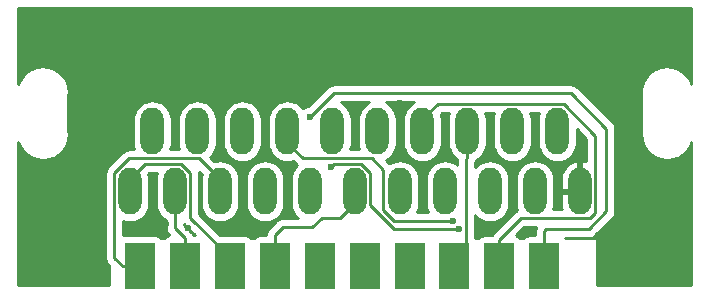
<source format=gtl>
G04 #@! TF.GenerationSoftware,KiCad,Pcbnew,(5.1.0)-1*
G04 #@! TF.CreationDate,2019-08-12T13:57:41-04:00*
G04 #@! TF.ProjectId,JP21F_to_EUROM,4a503231-465f-4746-9f5f-4555524f4d2e,rev?*
G04 #@! TF.SameCoordinates,Original*
G04 #@! TF.FileFunction,Copper,L1,Top*
G04 #@! TF.FilePolarity,Positive*
%FSLAX46Y46*%
G04 Gerber Fmt 4.6, Leading zero omitted, Abs format (unit mm)*
G04 Created by KiCad (PCBNEW (5.1.0)-1) date 2019-08-12 13:57:41*
%MOMM*%
%LPD*%
G04 APERTURE LIST*
%ADD10R,2.500000X4.000000*%
%ADD11O,1.981200X3.962400*%
%ADD12C,0.600000*%
%ADD13C,0.250000*%
%ADD14C,0.254000*%
G04 APERTURE END LIST*
D10*
X115625000Y-91840501D03*
X119425000Y-91840501D03*
X123225000Y-91840501D03*
X127025000Y-91840501D03*
X130825000Y-91840501D03*
X134625000Y-91840501D03*
X138425000Y-91840501D03*
X142225000Y-91840501D03*
X146025000Y-91840501D03*
X149825000Y-91840501D03*
D11*
X114750000Y-85480000D03*
X116655000Y-80400000D03*
X118560000Y-85480000D03*
X120465000Y-80400000D03*
X122370000Y-85480000D03*
X124275000Y-80400000D03*
X126180000Y-85480000D03*
X128085000Y-80400000D03*
X129990000Y-85480000D03*
X131895000Y-80400000D03*
X133800000Y-85480000D03*
X135705000Y-80400000D03*
X137610000Y-85480000D03*
X139515000Y-80400000D03*
X141420000Y-85480000D03*
X143325000Y-80400000D03*
X145230000Y-85480000D03*
X147135000Y-80400000D03*
X149040000Y-85480000D03*
X150945000Y-80400000D03*
X152850000Y-85480000D03*
D12*
X142100000Y-88000000D03*
X142575000Y-88643721D03*
X131800000Y-83400000D03*
X130000000Y-79200000D03*
X160000000Y-70400000D03*
X157500000Y-70400000D03*
X155000000Y-70400000D03*
X152500000Y-70400000D03*
X150000000Y-70400000D03*
X147500000Y-70400000D03*
X145000000Y-70400000D03*
X142500000Y-70400000D03*
X140000000Y-70400000D03*
X137500000Y-70400000D03*
X135000000Y-70400000D03*
X132500000Y-70400000D03*
X130000000Y-70400000D03*
X127500000Y-70400000D03*
X125000000Y-70400000D03*
X122500000Y-70400000D03*
X120000000Y-70400000D03*
X117500000Y-70400000D03*
X115000000Y-70400000D03*
X112500000Y-70400000D03*
X110000000Y-70400000D03*
X107500000Y-70400000D03*
X155000000Y-92500000D03*
X160000000Y-72500000D03*
X107500000Y-72500000D03*
X107500000Y-92500000D03*
X110000000Y-92500000D03*
X130500000Y-77300000D03*
X124200000Y-88700000D03*
X137600000Y-78000000D03*
X133800000Y-79500000D03*
X148400000Y-88800000D03*
X139500000Y-85400000D03*
X147100000Y-85400000D03*
X106800000Y-84900000D03*
X106900000Y-87600000D03*
X106500000Y-90000000D03*
X156600000Y-92600000D03*
X160300000Y-89900000D03*
X160600000Y-87600000D03*
X160600000Y-84900000D03*
X161100000Y-92499998D03*
X128100000Y-83600000D03*
X122100000Y-88400000D03*
X119700000Y-88600000D03*
X117800000Y-88300000D03*
X114800000Y-88600000D03*
D13*
X143325000Y-82631200D02*
X143325000Y-80400000D01*
X143200000Y-82756200D02*
X143325000Y-82631200D01*
X143200000Y-90115501D02*
X143200000Y-82756200D01*
X142225000Y-91840501D02*
X142225000Y-91090501D01*
X142225000Y-91090501D02*
X143200000Y-90115501D01*
X129400610Y-82706210D02*
X135206210Y-82706210D01*
X136200000Y-87100000D02*
X137100000Y-88000000D01*
X128085000Y-81390600D02*
X129400610Y-82706210D01*
X137100000Y-88000000D02*
X141675736Y-88000000D01*
X141675736Y-88000000D02*
X142100000Y-88000000D01*
X136200000Y-83700000D02*
X136200000Y-87100000D01*
X135206210Y-82706210D02*
X136200000Y-83700000D01*
X128085000Y-80400000D02*
X128085000Y-81390600D01*
X139515000Y-79409400D02*
X139515000Y-80400000D01*
X140830610Y-78093790D02*
X139515000Y-79409400D01*
X151489943Y-78093790D02*
X140830610Y-78093790D01*
X154165610Y-80769457D02*
X151489943Y-78093790D01*
X154165610Y-87334390D02*
X154165610Y-80769457D01*
X147829291Y-87786210D02*
X153713790Y-87786210D01*
X146025000Y-89590501D02*
X147829291Y-87786210D01*
X153713790Y-87786210D02*
X154165610Y-87334390D01*
X146025000Y-91840501D02*
X146025000Y-89590501D01*
X132026210Y-83173790D02*
X131800000Y-83400000D01*
X134344943Y-83173790D02*
X132026210Y-83173790D01*
X135115610Y-83944457D02*
X134344943Y-83173790D01*
X135115610Y-86652020D02*
X135115610Y-83944457D01*
X142575000Y-88643721D02*
X137107311Y-88643721D01*
X137107311Y-88643721D02*
X135115610Y-86652020D01*
X149825000Y-88875000D02*
X149825000Y-91840501D01*
X152100000Y-77200000D02*
X155100000Y-80200000D01*
X133000000Y-77200000D02*
X152100000Y-77200000D01*
X155100000Y-80200000D02*
X155100000Y-87200000D01*
X155100000Y-87200000D02*
X153600000Y-88700000D01*
X153600000Y-88700000D02*
X150000000Y-88700000D01*
X150000000Y-88700000D02*
X149825000Y-88875000D01*
X133000000Y-77200000D02*
X132000000Y-77200000D01*
X132000000Y-77200000D02*
X130000000Y-79200000D01*
X122370000Y-84489400D02*
X122370000Y-85480000D01*
X120586810Y-82706210D02*
X122370000Y-84489400D01*
X114672637Y-82706210D02*
X120586810Y-82706210D01*
X113434390Y-83944457D02*
X114672637Y-82706210D01*
X113434390Y-91149891D02*
X113434390Y-83944457D01*
X114125000Y-91840501D02*
X113434390Y-91149891D01*
X115625000Y-91840501D02*
X114125000Y-91840501D01*
X118560000Y-85480000D02*
X118560000Y-86470600D01*
X118560000Y-88605501D02*
X118560000Y-85480000D01*
X119425000Y-91840501D02*
X119425000Y-89470501D01*
X119425000Y-89470501D02*
X118560000Y-88605501D01*
X116065610Y-83173790D02*
X114750000Y-84489400D01*
X119104943Y-83173790D02*
X116065610Y-83173790D01*
X119875610Y-83944457D02*
X119104943Y-83173790D01*
X114750000Y-84489400D02*
X114750000Y-85480000D01*
X119875610Y-87741111D02*
X119875610Y-83944457D01*
X123225000Y-91090501D02*
X119875610Y-87741111D01*
X123225000Y-91840501D02*
X123225000Y-91090501D01*
X133800000Y-86470600D02*
X133800000Y-85480000D01*
X132559400Y-87711200D02*
X133800000Y-86470600D01*
X130988800Y-87711200D02*
X132559400Y-87711200D01*
X127700000Y-88500000D02*
X130200000Y-88500000D01*
X130200000Y-88500000D02*
X130988800Y-87711200D01*
X127025000Y-89175000D02*
X127025000Y-91840501D01*
X127700000Y-88500000D02*
X127025000Y-89175000D01*
D14*
G36*
X162290001Y-76437191D02*
G01*
X162245868Y-76298068D01*
X162222290Y-76243058D01*
X162199508Y-76187783D01*
X162195125Y-76179677D01*
X162051836Y-75919034D01*
X162018048Y-75869687D01*
X161984936Y-75819850D01*
X161979062Y-75812749D01*
X161787876Y-75584904D01*
X161745146Y-75543060D01*
X161702987Y-75500605D01*
X161695846Y-75494781D01*
X161464045Y-75308408D01*
X161414031Y-75275680D01*
X161364398Y-75242202D01*
X161356261Y-75237876D01*
X161092675Y-75100077D01*
X161037219Y-75077672D01*
X160982068Y-75054488D01*
X160973246Y-75051825D01*
X160687915Y-74967847D01*
X160629175Y-74956642D01*
X160570558Y-74944609D01*
X160561386Y-74943710D01*
X160265178Y-74916753D01*
X160205361Y-74917171D01*
X160145544Y-74916753D01*
X160136372Y-74917653D01*
X159840569Y-74948742D01*
X159781972Y-74960771D01*
X159723210Y-74971980D01*
X159714388Y-74974644D01*
X159430257Y-75062598D01*
X159375139Y-75085768D01*
X159319650Y-75108186D01*
X159311514Y-75112513D01*
X159049878Y-75253979D01*
X159000311Y-75287412D01*
X158950232Y-75320183D01*
X158943091Y-75326008D01*
X158713915Y-75515597D01*
X158671774Y-75558034D01*
X158629024Y-75599897D01*
X158623150Y-75606998D01*
X158435164Y-75837492D01*
X158402049Y-75887334D01*
X158368265Y-75936674D01*
X158363882Y-75944781D01*
X158224246Y-76207399D01*
X158201458Y-76262687D01*
X158177886Y-76317683D01*
X158175162Y-76326487D01*
X158089193Y-76611225D01*
X158077570Y-76669925D01*
X158065137Y-76728419D01*
X158064174Y-76737584D01*
X158035150Y-77033596D01*
X158035150Y-77162406D01*
X158055801Y-77266697D01*
X158055800Y-80487952D01*
X158045478Y-80521300D01*
X158036932Y-80602622D01*
X158035299Y-80610870D01*
X158035299Y-80618164D01*
X158032016Y-80649404D01*
X158032016Y-80658620D01*
X158032165Y-80679898D01*
X158035298Y-80709700D01*
X158035298Y-80739680D01*
X158036262Y-80748844D01*
X158069416Y-81044424D01*
X158081853Y-81102936D01*
X158093471Y-81161614D01*
X158096196Y-81170413D01*
X158096197Y-81170419D01*
X158096199Y-81170425D01*
X158186130Y-81453928D01*
X158209691Y-81508899D01*
X158232491Y-81564217D01*
X158236874Y-81572323D01*
X158380163Y-81832965D01*
X158413947Y-81882305D01*
X158447062Y-81932147D01*
X158452936Y-81939247D01*
X158644122Y-82167094D01*
X158686853Y-82208939D01*
X158729013Y-82251395D01*
X158736155Y-82257219D01*
X158967956Y-82443591D01*
X159017968Y-82476318D01*
X159067600Y-82509795D01*
X159075737Y-82514121D01*
X159339323Y-82651921D01*
X159394783Y-82674328D01*
X159449931Y-82697511D01*
X159458753Y-82700174D01*
X159744083Y-82784152D01*
X159802837Y-82795360D01*
X159861441Y-82807390D01*
X159870613Y-82808289D01*
X160166820Y-82835246D01*
X160226638Y-82834828D01*
X160286455Y-82835246D01*
X160295626Y-82834347D01*
X160591430Y-82803257D01*
X160650017Y-82791230D01*
X160708787Y-82780020D01*
X160717609Y-82777356D01*
X161001740Y-82689403D01*
X161056883Y-82666223D01*
X161112348Y-82643814D01*
X161120485Y-82639487D01*
X161382121Y-82498021D01*
X161431705Y-82464576D01*
X161481768Y-82431816D01*
X161488909Y-82425992D01*
X161718085Y-82236401D01*
X161760224Y-82193966D01*
X161802974Y-82152103D01*
X161808848Y-82145002D01*
X161996834Y-81914509D01*
X162029938Y-81864682D01*
X162063733Y-81815327D01*
X162068116Y-81807221D01*
X162207753Y-81544603D01*
X162230560Y-81489269D01*
X162254114Y-81434314D01*
X162256838Y-81425515D01*
X162256840Y-81425509D01*
X162290001Y-81315674D01*
X162290000Y-93390000D01*
X154327000Y-93390000D01*
X154327000Y-89600000D01*
X154324560Y-89575224D01*
X154317333Y-89551399D01*
X154305597Y-89529443D01*
X154289803Y-89510197D01*
X154270557Y-89494403D01*
X154248601Y-89482667D01*
X154224776Y-89475440D01*
X154200000Y-89473000D01*
X151594862Y-89473000D01*
X151584194Y-89460000D01*
X153562678Y-89460000D01*
X153600000Y-89463676D01*
X153637322Y-89460000D01*
X153637333Y-89460000D01*
X153748986Y-89449003D01*
X153892247Y-89405546D01*
X154024276Y-89334974D01*
X154140001Y-89240001D01*
X154163804Y-89210997D01*
X155611003Y-87763799D01*
X155640001Y-87740001D01*
X155734974Y-87624276D01*
X155805546Y-87492247D01*
X155849003Y-87348986D01*
X155860000Y-87237333D01*
X155860000Y-87237324D01*
X155863676Y-87200001D01*
X155860000Y-87162678D01*
X155860000Y-80237325D01*
X155863676Y-80200000D01*
X155860000Y-80162675D01*
X155860000Y-80162667D01*
X155849003Y-80051014D01*
X155805546Y-79907753D01*
X155734974Y-79775724D01*
X155640001Y-79659999D01*
X155611004Y-79636202D01*
X152663804Y-76689003D01*
X152640001Y-76659999D01*
X152524276Y-76565026D01*
X152392247Y-76494454D01*
X152248986Y-76450997D01*
X152137333Y-76440000D01*
X152137322Y-76440000D01*
X152100000Y-76436324D01*
X152062678Y-76440000D01*
X132037322Y-76440000D01*
X131999999Y-76436324D01*
X131962676Y-76440000D01*
X131962667Y-76440000D01*
X131851014Y-76450997D01*
X131742117Y-76484030D01*
X131707753Y-76494454D01*
X131575723Y-76565026D01*
X131519430Y-76611225D01*
X131459999Y-76659999D01*
X131436201Y-76688997D01*
X129848352Y-78276847D01*
X129727271Y-78300932D01*
X129557111Y-78371414D01*
X129414368Y-78466792D01*
X129240034Y-78254366D01*
X128992505Y-78051223D01*
X128710100Y-77900275D01*
X128403673Y-77807322D01*
X128085000Y-77775935D01*
X127766328Y-77807322D01*
X127459901Y-77900275D01*
X127177496Y-78051223D01*
X126929967Y-78254366D01*
X126726824Y-78501895D01*
X126575876Y-78784300D01*
X126482923Y-79090727D01*
X126459401Y-79329546D01*
X126459400Y-81470453D01*
X126482922Y-81709272D01*
X126575875Y-82015699D01*
X126726823Y-82298104D01*
X126929966Y-82545634D01*
X127177495Y-82748777D01*
X127459900Y-82899725D01*
X127766327Y-82992678D01*
X128085000Y-83024065D01*
X128403672Y-82992678D01*
X128563725Y-82944127D01*
X128836810Y-83217212D01*
X128860609Y-83246211D01*
X128901496Y-83279766D01*
X128834967Y-83334366D01*
X128631824Y-83581895D01*
X128480876Y-83864300D01*
X128387923Y-84170727D01*
X128364401Y-84409546D01*
X128364400Y-86550453D01*
X128387922Y-86789272D01*
X128480875Y-87095699D01*
X128631823Y-87378104D01*
X128834966Y-87625634D01*
X128974321Y-87740000D01*
X127737322Y-87740000D01*
X127699999Y-87736324D01*
X127662676Y-87740000D01*
X127662667Y-87740000D01*
X127551014Y-87750997D01*
X127407753Y-87794454D01*
X127275723Y-87865026D01*
X127226350Y-87905546D01*
X127159999Y-87959999D01*
X127136200Y-87988998D01*
X126514002Y-88611197D01*
X126484999Y-88634999D01*
X126431655Y-88700000D01*
X126390026Y-88750724D01*
X126337503Y-88848987D01*
X126319454Y-88882754D01*
X126275997Y-89026015D01*
X126265000Y-89137668D01*
X126265000Y-89137678D01*
X126261324Y-89175000D01*
X126264026Y-89202429D01*
X125775000Y-89202429D01*
X125650518Y-89214689D01*
X125530820Y-89250999D01*
X125420506Y-89309964D01*
X125323815Y-89389316D01*
X125255138Y-89473000D01*
X124994862Y-89473000D01*
X124926185Y-89389316D01*
X124829494Y-89309964D01*
X124719180Y-89250999D01*
X124599482Y-89214689D01*
X124475000Y-89202429D01*
X122411730Y-89202429D01*
X120635610Y-87426310D01*
X120635610Y-83981782D01*
X120639286Y-83944457D01*
X120635610Y-83907132D01*
X120635610Y-83907124D01*
X120627163Y-83821365D01*
X120816474Y-84010676D01*
X120767923Y-84170727D01*
X120744401Y-84409546D01*
X120744400Y-86550453D01*
X120767922Y-86789272D01*
X120860875Y-87095699D01*
X121011823Y-87378104D01*
X121214966Y-87625634D01*
X121462495Y-87828777D01*
X121744900Y-87979725D01*
X122051327Y-88072678D01*
X122370000Y-88104065D01*
X122688672Y-88072678D01*
X122995099Y-87979725D01*
X123277504Y-87828777D01*
X123525034Y-87625634D01*
X123728177Y-87378105D01*
X123879125Y-87095700D01*
X123972078Y-86789273D01*
X123995600Y-86550454D01*
X123995600Y-86550453D01*
X124554400Y-86550453D01*
X124577922Y-86789272D01*
X124670875Y-87095699D01*
X124821823Y-87378104D01*
X125024966Y-87625634D01*
X125272495Y-87828777D01*
X125554900Y-87979725D01*
X125861327Y-88072678D01*
X126180000Y-88104065D01*
X126498672Y-88072678D01*
X126805099Y-87979725D01*
X127087504Y-87828777D01*
X127335034Y-87625634D01*
X127538177Y-87378105D01*
X127689125Y-87095700D01*
X127782078Y-86789273D01*
X127805600Y-86550454D01*
X127805600Y-84409546D01*
X127782078Y-84170727D01*
X127689125Y-83864300D01*
X127538177Y-83581895D01*
X127335034Y-83334366D01*
X127087505Y-83131223D01*
X126805100Y-82980275D01*
X126498673Y-82887322D01*
X126180000Y-82855935D01*
X125861328Y-82887322D01*
X125554901Y-82980275D01*
X125272496Y-83131223D01*
X125024967Y-83334366D01*
X124821824Y-83581895D01*
X124670876Y-83864300D01*
X124577923Y-84170727D01*
X124554401Y-84409546D01*
X124554400Y-86550453D01*
X123995600Y-86550453D01*
X123995600Y-84409546D01*
X123972078Y-84170727D01*
X123879125Y-83864300D01*
X123728177Y-83581895D01*
X123525034Y-83334366D01*
X123277505Y-83131223D01*
X122995100Y-82980275D01*
X122688673Y-82887322D01*
X122370000Y-82855935D01*
X122051328Y-82887322D01*
X121891275Y-82935873D01*
X121554675Y-82599273D01*
X121620034Y-82545634D01*
X121823177Y-82298105D01*
X121974125Y-82015700D01*
X122067078Y-81709273D01*
X122090600Y-81470454D01*
X122090600Y-81470453D01*
X122649400Y-81470453D01*
X122672922Y-81709272D01*
X122765875Y-82015699D01*
X122916823Y-82298104D01*
X123119966Y-82545634D01*
X123367495Y-82748777D01*
X123649900Y-82899725D01*
X123956327Y-82992678D01*
X124275000Y-83024065D01*
X124593672Y-82992678D01*
X124900099Y-82899725D01*
X125182504Y-82748777D01*
X125430034Y-82545634D01*
X125633177Y-82298105D01*
X125784125Y-82015700D01*
X125877078Y-81709273D01*
X125900600Y-81470454D01*
X125900600Y-79329546D01*
X125877078Y-79090727D01*
X125784125Y-78784300D01*
X125633177Y-78501895D01*
X125430034Y-78254366D01*
X125182505Y-78051223D01*
X124900100Y-77900275D01*
X124593673Y-77807322D01*
X124275000Y-77775935D01*
X123956328Y-77807322D01*
X123649901Y-77900275D01*
X123367496Y-78051223D01*
X123119967Y-78254366D01*
X122916824Y-78501895D01*
X122765876Y-78784300D01*
X122672923Y-79090727D01*
X122649401Y-79329546D01*
X122649400Y-81470453D01*
X122090600Y-81470453D01*
X122090600Y-79329546D01*
X122067078Y-79090727D01*
X121974125Y-78784300D01*
X121823177Y-78501895D01*
X121620034Y-78254366D01*
X121372505Y-78051223D01*
X121090100Y-77900275D01*
X120783673Y-77807322D01*
X120465000Y-77775935D01*
X120146328Y-77807322D01*
X119839901Y-77900275D01*
X119557496Y-78051223D01*
X119309967Y-78254366D01*
X119106824Y-78501895D01*
X118955876Y-78784300D01*
X118862923Y-79090727D01*
X118839401Y-79329546D01*
X118839400Y-81470453D01*
X118862922Y-81709272D01*
X118934796Y-81946210D01*
X118185204Y-81946210D01*
X118257078Y-81709273D01*
X118280600Y-81470454D01*
X118280600Y-79329546D01*
X118257078Y-79090727D01*
X118164125Y-78784300D01*
X118013177Y-78501895D01*
X117810034Y-78254366D01*
X117562505Y-78051223D01*
X117280100Y-77900275D01*
X116973673Y-77807322D01*
X116655000Y-77775935D01*
X116336328Y-77807322D01*
X116029901Y-77900275D01*
X115747496Y-78051223D01*
X115499967Y-78254366D01*
X115296824Y-78501895D01*
X115145876Y-78784300D01*
X115052923Y-79090727D01*
X115029401Y-79329546D01*
X115029400Y-81470453D01*
X115052922Y-81709272D01*
X115124796Y-81946210D01*
X114709962Y-81946210D01*
X114672637Y-81942534D01*
X114635312Y-81946210D01*
X114635304Y-81946210D01*
X114523651Y-81957207D01*
X114380390Y-82000664D01*
X114248361Y-82071236D01*
X114132636Y-82166209D01*
X114108838Y-82195207D01*
X112923388Y-83380658D01*
X112894390Y-83404456D01*
X112870592Y-83433454D01*
X112870591Y-83433455D01*
X112799416Y-83520181D01*
X112728844Y-83652211D01*
X112685388Y-83795472D01*
X112670714Y-83944457D01*
X112674391Y-83981789D01*
X112674390Y-91112568D01*
X112670714Y-91149891D01*
X112674390Y-91187213D01*
X112674390Y-91187223D01*
X112685387Y-91298876D01*
X112710829Y-91382747D01*
X112728844Y-91442137D01*
X112799416Y-91574167D01*
X112839261Y-91622717D01*
X112894389Y-91689892D01*
X112923392Y-91713694D01*
X112973000Y-91763302D01*
X112973000Y-93390000D01*
X105310000Y-93390000D01*
X105310000Y-81314810D01*
X105354130Y-81453928D01*
X105377691Y-81508899D01*
X105400491Y-81564217D01*
X105404874Y-81572323D01*
X105548163Y-81832965D01*
X105581947Y-81882305D01*
X105615062Y-81932147D01*
X105620936Y-81939247D01*
X105812122Y-82167094D01*
X105854853Y-82208939D01*
X105897013Y-82251395D01*
X105904155Y-82257219D01*
X106135956Y-82443591D01*
X106185968Y-82476318D01*
X106235600Y-82509795D01*
X106243737Y-82514121D01*
X106507323Y-82651921D01*
X106562783Y-82674328D01*
X106617931Y-82697511D01*
X106626753Y-82700174D01*
X106912083Y-82784152D01*
X106970837Y-82795360D01*
X107029441Y-82807390D01*
X107038613Y-82808289D01*
X107334820Y-82835246D01*
X107394638Y-82834828D01*
X107454455Y-82835246D01*
X107463626Y-82834347D01*
X107759430Y-82803257D01*
X107818017Y-82791230D01*
X107876787Y-82780020D01*
X107885609Y-82777356D01*
X108169740Y-82689403D01*
X108224883Y-82666223D01*
X108280348Y-82643814D01*
X108288485Y-82639487D01*
X108550121Y-82498021D01*
X108599705Y-82464576D01*
X108649768Y-82431816D01*
X108656909Y-82425992D01*
X108886085Y-82236401D01*
X108928224Y-82193966D01*
X108970974Y-82152103D01*
X108976848Y-82145002D01*
X109164834Y-81914509D01*
X109197938Y-81864682D01*
X109231733Y-81815327D01*
X109236116Y-81807221D01*
X109375753Y-81544603D01*
X109398560Y-81489269D01*
X109422114Y-81434314D01*
X109424838Y-81425515D01*
X109424840Y-81425509D01*
X109510806Y-81140773D01*
X109522422Y-81082108D01*
X109534862Y-81023584D01*
X109535825Y-81014419D01*
X109564850Y-80718406D01*
X109564850Y-80589596D01*
X109544200Y-80485305D01*
X109544200Y-77264047D01*
X109554522Y-77230699D01*
X109563068Y-77149377D01*
X109564701Y-77141129D01*
X109564701Y-77133835D01*
X109567984Y-77102594D01*
X109567984Y-77093379D01*
X109567835Y-77072100D01*
X109564702Y-77042298D01*
X109564702Y-77012319D01*
X109563738Y-77003154D01*
X109530584Y-76707575D01*
X109518151Y-76649081D01*
X109506528Y-76590381D01*
X109503803Y-76581578D01*
X109413868Y-76298068D01*
X109390290Y-76243058D01*
X109367508Y-76187783D01*
X109363125Y-76179677D01*
X109219836Y-75919034D01*
X109186048Y-75869687D01*
X109152936Y-75819850D01*
X109147062Y-75812749D01*
X108955876Y-75584904D01*
X108913146Y-75543060D01*
X108870987Y-75500605D01*
X108863846Y-75494781D01*
X108632045Y-75308408D01*
X108582031Y-75275680D01*
X108532398Y-75242202D01*
X108524261Y-75237876D01*
X108260675Y-75100077D01*
X108205219Y-75077672D01*
X108150068Y-75054488D01*
X108141246Y-75051825D01*
X107855915Y-74967847D01*
X107797175Y-74956642D01*
X107738558Y-74944609D01*
X107729386Y-74943710D01*
X107433178Y-74916753D01*
X107373361Y-74917171D01*
X107313544Y-74916753D01*
X107304372Y-74917653D01*
X107008569Y-74948742D01*
X106949972Y-74960771D01*
X106891210Y-74971980D01*
X106882388Y-74974644D01*
X106598257Y-75062598D01*
X106543139Y-75085768D01*
X106487650Y-75108186D01*
X106479514Y-75112513D01*
X106217878Y-75253979D01*
X106168311Y-75287412D01*
X106118232Y-75320183D01*
X106111091Y-75326008D01*
X105881915Y-75515597D01*
X105839774Y-75558034D01*
X105797024Y-75599897D01*
X105791150Y-75606998D01*
X105603164Y-75837492D01*
X105570049Y-75887334D01*
X105536265Y-75936674D01*
X105531882Y-75944781D01*
X105392246Y-76207399D01*
X105369458Y-76262687D01*
X105345886Y-76317683D01*
X105343162Y-76326487D01*
X105310000Y-76436323D01*
X105310000Y-70010000D01*
X162290001Y-70010000D01*
X162290001Y-76437191D01*
X162290001Y-76437191D01*
G37*
X162290001Y-76437191D02*
X162245868Y-76298068D01*
X162222290Y-76243058D01*
X162199508Y-76187783D01*
X162195125Y-76179677D01*
X162051836Y-75919034D01*
X162018048Y-75869687D01*
X161984936Y-75819850D01*
X161979062Y-75812749D01*
X161787876Y-75584904D01*
X161745146Y-75543060D01*
X161702987Y-75500605D01*
X161695846Y-75494781D01*
X161464045Y-75308408D01*
X161414031Y-75275680D01*
X161364398Y-75242202D01*
X161356261Y-75237876D01*
X161092675Y-75100077D01*
X161037219Y-75077672D01*
X160982068Y-75054488D01*
X160973246Y-75051825D01*
X160687915Y-74967847D01*
X160629175Y-74956642D01*
X160570558Y-74944609D01*
X160561386Y-74943710D01*
X160265178Y-74916753D01*
X160205361Y-74917171D01*
X160145544Y-74916753D01*
X160136372Y-74917653D01*
X159840569Y-74948742D01*
X159781972Y-74960771D01*
X159723210Y-74971980D01*
X159714388Y-74974644D01*
X159430257Y-75062598D01*
X159375139Y-75085768D01*
X159319650Y-75108186D01*
X159311514Y-75112513D01*
X159049878Y-75253979D01*
X159000311Y-75287412D01*
X158950232Y-75320183D01*
X158943091Y-75326008D01*
X158713915Y-75515597D01*
X158671774Y-75558034D01*
X158629024Y-75599897D01*
X158623150Y-75606998D01*
X158435164Y-75837492D01*
X158402049Y-75887334D01*
X158368265Y-75936674D01*
X158363882Y-75944781D01*
X158224246Y-76207399D01*
X158201458Y-76262687D01*
X158177886Y-76317683D01*
X158175162Y-76326487D01*
X158089193Y-76611225D01*
X158077570Y-76669925D01*
X158065137Y-76728419D01*
X158064174Y-76737584D01*
X158035150Y-77033596D01*
X158035150Y-77162406D01*
X158055801Y-77266697D01*
X158055800Y-80487952D01*
X158045478Y-80521300D01*
X158036932Y-80602622D01*
X158035299Y-80610870D01*
X158035299Y-80618164D01*
X158032016Y-80649404D01*
X158032016Y-80658620D01*
X158032165Y-80679898D01*
X158035298Y-80709700D01*
X158035298Y-80739680D01*
X158036262Y-80748844D01*
X158069416Y-81044424D01*
X158081853Y-81102936D01*
X158093471Y-81161614D01*
X158096196Y-81170413D01*
X158096197Y-81170419D01*
X158096199Y-81170425D01*
X158186130Y-81453928D01*
X158209691Y-81508899D01*
X158232491Y-81564217D01*
X158236874Y-81572323D01*
X158380163Y-81832965D01*
X158413947Y-81882305D01*
X158447062Y-81932147D01*
X158452936Y-81939247D01*
X158644122Y-82167094D01*
X158686853Y-82208939D01*
X158729013Y-82251395D01*
X158736155Y-82257219D01*
X158967956Y-82443591D01*
X159017968Y-82476318D01*
X159067600Y-82509795D01*
X159075737Y-82514121D01*
X159339323Y-82651921D01*
X159394783Y-82674328D01*
X159449931Y-82697511D01*
X159458753Y-82700174D01*
X159744083Y-82784152D01*
X159802837Y-82795360D01*
X159861441Y-82807390D01*
X159870613Y-82808289D01*
X160166820Y-82835246D01*
X160226638Y-82834828D01*
X160286455Y-82835246D01*
X160295626Y-82834347D01*
X160591430Y-82803257D01*
X160650017Y-82791230D01*
X160708787Y-82780020D01*
X160717609Y-82777356D01*
X161001740Y-82689403D01*
X161056883Y-82666223D01*
X161112348Y-82643814D01*
X161120485Y-82639487D01*
X161382121Y-82498021D01*
X161431705Y-82464576D01*
X161481768Y-82431816D01*
X161488909Y-82425992D01*
X161718085Y-82236401D01*
X161760224Y-82193966D01*
X161802974Y-82152103D01*
X161808848Y-82145002D01*
X161996834Y-81914509D01*
X162029938Y-81864682D01*
X162063733Y-81815327D01*
X162068116Y-81807221D01*
X162207753Y-81544603D01*
X162230560Y-81489269D01*
X162254114Y-81434314D01*
X162256838Y-81425515D01*
X162256840Y-81425509D01*
X162290001Y-81315674D01*
X162290000Y-93390000D01*
X154327000Y-93390000D01*
X154327000Y-89600000D01*
X154324560Y-89575224D01*
X154317333Y-89551399D01*
X154305597Y-89529443D01*
X154289803Y-89510197D01*
X154270557Y-89494403D01*
X154248601Y-89482667D01*
X154224776Y-89475440D01*
X154200000Y-89473000D01*
X151594862Y-89473000D01*
X151584194Y-89460000D01*
X153562678Y-89460000D01*
X153600000Y-89463676D01*
X153637322Y-89460000D01*
X153637333Y-89460000D01*
X153748986Y-89449003D01*
X153892247Y-89405546D01*
X154024276Y-89334974D01*
X154140001Y-89240001D01*
X154163804Y-89210997D01*
X155611003Y-87763799D01*
X155640001Y-87740001D01*
X155734974Y-87624276D01*
X155805546Y-87492247D01*
X155849003Y-87348986D01*
X155860000Y-87237333D01*
X155860000Y-87237324D01*
X155863676Y-87200001D01*
X155860000Y-87162678D01*
X155860000Y-80237325D01*
X155863676Y-80200000D01*
X155860000Y-80162675D01*
X155860000Y-80162667D01*
X155849003Y-80051014D01*
X155805546Y-79907753D01*
X155734974Y-79775724D01*
X155640001Y-79659999D01*
X155611004Y-79636202D01*
X152663804Y-76689003D01*
X152640001Y-76659999D01*
X152524276Y-76565026D01*
X152392247Y-76494454D01*
X152248986Y-76450997D01*
X152137333Y-76440000D01*
X152137322Y-76440000D01*
X152100000Y-76436324D01*
X152062678Y-76440000D01*
X132037322Y-76440000D01*
X131999999Y-76436324D01*
X131962676Y-76440000D01*
X131962667Y-76440000D01*
X131851014Y-76450997D01*
X131742117Y-76484030D01*
X131707753Y-76494454D01*
X131575723Y-76565026D01*
X131519430Y-76611225D01*
X131459999Y-76659999D01*
X131436201Y-76688997D01*
X129848352Y-78276847D01*
X129727271Y-78300932D01*
X129557111Y-78371414D01*
X129414368Y-78466792D01*
X129240034Y-78254366D01*
X128992505Y-78051223D01*
X128710100Y-77900275D01*
X128403673Y-77807322D01*
X128085000Y-77775935D01*
X127766328Y-77807322D01*
X127459901Y-77900275D01*
X127177496Y-78051223D01*
X126929967Y-78254366D01*
X126726824Y-78501895D01*
X126575876Y-78784300D01*
X126482923Y-79090727D01*
X126459401Y-79329546D01*
X126459400Y-81470453D01*
X126482922Y-81709272D01*
X126575875Y-82015699D01*
X126726823Y-82298104D01*
X126929966Y-82545634D01*
X127177495Y-82748777D01*
X127459900Y-82899725D01*
X127766327Y-82992678D01*
X128085000Y-83024065D01*
X128403672Y-82992678D01*
X128563725Y-82944127D01*
X128836810Y-83217212D01*
X128860609Y-83246211D01*
X128901496Y-83279766D01*
X128834967Y-83334366D01*
X128631824Y-83581895D01*
X128480876Y-83864300D01*
X128387923Y-84170727D01*
X128364401Y-84409546D01*
X128364400Y-86550453D01*
X128387922Y-86789272D01*
X128480875Y-87095699D01*
X128631823Y-87378104D01*
X128834966Y-87625634D01*
X128974321Y-87740000D01*
X127737322Y-87740000D01*
X127699999Y-87736324D01*
X127662676Y-87740000D01*
X127662667Y-87740000D01*
X127551014Y-87750997D01*
X127407753Y-87794454D01*
X127275723Y-87865026D01*
X127226350Y-87905546D01*
X127159999Y-87959999D01*
X127136200Y-87988998D01*
X126514002Y-88611197D01*
X126484999Y-88634999D01*
X126431655Y-88700000D01*
X126390026Y-88750724D01*
X126337503Y-88848987D01*
X126319454Y-88882754D01*
X126275997Y-89026015D01*
X126265000Y-89137668D01*
X126265000Y-89137678D01*
X126261324Y-89175000D01*
X126264026Y-89202429D01*
X125775000Y-89202429D01*
X125650518Y-89214689D01*
X125530820Y-89250999D01*
X125420506Y-89309964D01*
X125323815Y-89389316D01*
X125255138Y-89473000D01*
X124994862Y-89473000D01*
X124926185Y-89389316D01*
X124829494Y-89309964D01*
X124719180Y-89250999D01*
X124599482Y-89214689D01*
X124475000Y-89202429D01*
X122411730Y-89202429D01*
X120635610Y-87426310D01*
X120635610Y-83981782D01*
X120639286Y-83944457D01*
X120635610Y-83907132D01*
X120635610Y-83907124D01*
X120627163Y-83821365D01*
X120816474Y-84010676D01*
X120767923Y-84170727D01*
X120744401Y-84409546D01*
X120744400Y-86550453D01*
X120767922Y-86789272D01*
X120860875Y-87095699D01*
X121011823Y-87378104D01*
X121214966Y-87625634D01*
X121462495Y-87828777D01*
X121744900Y-87979725D01*
X122051327Y-88072678D01*
X122370000Y-88104065D01*
X122688672Y-88072678D01*
X122995099Y-87979725D01*
X123277504Y-87828777D01*
X123525034Y-87625634D01*
X123728177Y-87378105D01*
X123879125Y-87095700D01*
X123972078Y-86789273D01*
X123995600Y-86550454D01*
X123995600Y-86550453D01*
X124554400Y-86550453D01*
X124577922Y-86789272D01*
X124670875Y-87095699D01*
X124821823Y-87378104D01*
X125024966Y-87625634D01*
X125272495Y-87828777D01*
X125554900Y-87979725D01*
X125861327Y-88072678D01*
X126180000Y-88104065D01*
X126498672Y-88072678D01*
X126805099Y-87979725D01*
X127087504Y-87828777D01*
X127335034Y-87625634D01*
X127538177Y-87378105D01*
X127689125Y-87095700D01*
X127782078Y-86789273D01*
X127805600Y-86550454D01*
X127805600Y-84409546D01*
X127782078Y-84170727D01*
X127689125Y-83864300D01*
X127538177Y-83581895D01*
X127335034Y-83334366D01*
X127087505Y-83131223D01*
X126805100Y-82980275D01*
X126498673Y-82887322D01*
X126180000Y-82855935D01*
X125861328Y-82887322D01*
X125554901Y-82980275D01*
X125272496Y-83131223D01*
X125024967Y-83334366D01*
X124821824Y-83581895D01*
X124670876Y-83864300D01*
X124577923Y-84170727D01*
X124554401Y-84409546D01*
X124554400Y-86550453D01*
X123995600Y-86550453D01*
X123995600Y-84409546D01*
X123972078Y-84170727D01*
X123879125Y-83864300D01*
X123728177Y-83581895D01*
X123525034Y-83334366D01*
X123277505Y-83131223D01*
X122995100Y-82980275D01*
X122688673Y-82887322D01*
X122370000Y-82855935D01*
X122051328Y-82887322D01*
X121891275Y-82935873D01*
X121554675Y-82599273D01*
X121620034Y-82545634D01*
X121823177Y-82298105D01*
X121974125Y-82015700D01*
X122067078Y-81709273D01*
X122090600Y-81470454D01*
X122090600Y-81470453D01*
X122649400Y-81470453D01*
X122672922Y-81709272D01*
X122765875Y-82015699D01*
X122916823Y-82298104D01*
X123119966Y-82545634D01*
X123367495Y-82748777D01*
X123649900Y-82899725D01*
X123956327Y-82992678D01*
X124275000Y-83024065D01*
X124593672Y-82992678D01*
X124900099Y-82899725D01*
X125182504Y-82748777D01*
X125430034Y-82545634D01*
X125633177Y-82298105D01*
X125784125Y-82015700D01*
X125877078Y-81709273D01*
X125900600Y-81470454D01*
X125900600Y-79329546D01*
X125877078Y-79090727D01*
X125784125Y-78784300D01*
X125633177Y-78501895D01*
X125430034Y-78254366D01*
X125182505Y-78051223D01*
X124900100Y-77900275D01*
X124593673Y-77807322D01*
X124275000Y-77775935D01*
X123956328Y-77807322D01*
X123649901Y-77900275D01*
X123367496Y-78051223D01*
X123119967Y-78254366D01*
X122916824Y-78501895D01*
X122765876Y-78784300D01*
X122672923Y-79090727D01*
X122649401Y-79329546D01*
X122649400Y-81470453D01*
X122090600Y-81470453D01*
X122090600Y-79329546D01*
X122067078Y-79090727D01*
X121974125Y-78784300D01*
X121823177Y-78501895D01*
X121620034Y-78254366D01*
X121372505Y-78051223D01*
X121090100Y-77900275D01*
X120783673Y-77807322D01*
X120465000Y-77775935D01*
X120146328Y-77807322D01*
X119839901Y-77900275D01*
X119557496Y-78051223D01*
X119309967Y-78254366D01*
X119106824Y-78501895D01*
X118955876Y-78784300D01*
X118862923Y-79090727D01*
X118839401Y-79329546D01*
X118839400Y-81470453D01*
X118862922Y-81709272D01*
X118934796Y-81946210D01*
X118185204Y-81946210D01*
X118257078Y-81709273D01*
X118280600Y-81470454D01*
X118280600Y-79329546D01*
X118257078Y-79090727D01*
X118164125Y-78784300D01*
X118013177Y-78501895D01*
X117810034Y-78254366D01*
X117562505Y-78051223D01*
X117280100Y-77900275D01*
X116973673Y-77807322D01*
X116655000Y-77775935D01*
X116336328Y-77807322D01*
X116029901Y-77900275D01*
X115747496Y-78051223D01*
X115499967Y-78254366D01*
X115296824Y-78501895D01*
X115145876Y-78784300D01*
X115052923Y-79090727D01*
X115029401Y-79329546D01*
X115029400Y-81470453D01*
X115052922Y-81709272D01*
X115124796Y-81946210D01*
X114709962Y-81946210D01*
X114672637Y-81942534D01*
X114635312Y-81946210D01*
X114635304Y-81946210D01*
X114523651Y-81957207D01*
X114380390Y-82000664D01*
X114248361Y-82071236D01*
X114132636Y-82166209D01*
X114108838Y-82195207D01*
X112923388Y-83380658D01*
X112894390Y-83404456D01*
X112870592Y-83433454D01*
X112870591Y-83433455D01*
X112799416Y-83520181D01*
X112728844Y-83652211D01*
X112685388Y-83795472D01*
X112670714Y-83944457D01*
X112674391Y-83981789D01*
X112674390Y-91112568D01*
X112670714Y-91149891D01*
X112674390Y-91187213D01*
X112674390Y-91187223D01*
X112685387Y-91298876D01*
X112710829Y-91382747D01*
X112728844Y-91442137D01*
X112799416Y-91574167D01*
X112839261Y-91622717D01*
X112894389Y-91689892D01*
X112923392Y-91713694D01*
X112973000Y-91763302D01*
X112973000Y-93390000D01*
X105310000Y-93390000D01*
X105310000Y-81314810D01*
X105354130Y-81453928D01*
X105377691Y-81508899D01*
X105400491Y-81564217D01*
X105404874Y-81572323D01*
X105548163Y-81832965D01*
X105581947Y-81882305D01*
X105615062Y-81932147D01*
X105620936Y-81939247D01*
X105812122Y-82167094D01*
X105854853Y-82208939D01*
X105897013Y-82251395D01*
X105904155Y-82257219D01*
X106135956Y-82443591D01*
X106185968Y-82476318D01*
X106235600Y-82509795D01*
X106243737Y-82514121D01*
X106507323Y-82651921D01*
X106562783Y-82674328D01*
X106617931Y-82697511D01*
X106626753Y-82700174D01*
X106912083Y-82784152D01*
X106970837Y-82795360D01*
X107029441Y-82807390D01*
X107038613Y-82808289D01*
X107334820Y-82835246D01*
X107394638Y-82834828D01*
X107454455Y-82835246D01*
X107463626Y-82834347D01*
X107759430Y-82803257D01*
X107818017Y-82791230D01*
X107876787Y-82780020D01*
X107885609Y-82777356D01*
X108169740Y-82689403D01*
X108224883Y-82666223D01*
X108280348Y-82643814D01*
X108288485Y-82639487D01*
X108550121Y-82498021D01*
X108599705Y-82464576D01*
X108649768Y-82431816D01*
X108656909Y-82425992D01*
X108886085Y-82236401D01*
X108928224Y-82193966D01*
X108970974Y-82152103D01*
X108976848Y-82145002D01*
X109164834Y-81914509D01*
X109197938Y-81864682D01*
X109231733Y-81815327D01*
X109236116Y-81807221D01*
X109375753Y-81544603D01*
X109398560Y-81489269D01*
X109422114Y-81434314D01*
X109424838Y-81425515D01*
X109424840Y-81425509D01*
X109510806Y-81140773D01*
X109522422Y-81082108D01*
X109534862Y-81023584D01*
X109535825Y-81014419D01*
X109564850Y-80718406D01*
X109564850Y-80589596D01*
X109544200Y-80485305D01*
X109544200Y-77264047D01*
X109554522Y-77230699D01*
X109563068Y-77149377D01*
X109564701Y-77141129D01*
X109564701Y-77133835D01*
X109567984Y-77102594D01*
X109567984Y-77093379D01*
X109567835Y-77072100D01*
X109564702Y-77042298D01*
X109564702Y-77012319D01*
X109563738Y-77003154D01*
X109530584Y-76707575D01*
X109518151Y-76649081D01*
X109506528Y-76590381D01*
X109503803Y-76581578D01*
X109413868Y-76298068D01*
X109390290Y-76243058D01*
X109367508Y-76187783D01*
X109363125Y-76179677D01*
X109219836Y-75919034D01*
X109186048Y-75869687D01*
X109152936Y-75819850D01*
X109147062Y-75812749D01*
X108955876Y-75584904D01*
X108913146Y-75543060D01*
X108870987Y-75500605D01*
X108863846Y-75494781D01*
X108632045Y-75308408D01*
X108582031Y-75275680D01*
X108532398Y-75242202D01*
X108524261Y-75237876D01*
X108260675Y-75100077D01*
X108205219Y-75077672D01*
X108150068Y-75054488D01*
X108141246Y-75051825D01*
X107855915Y-74967847D01*
X107797175Y-74956642D01*
X107738558Y-74944609D01*
X107729386Y-74943710D01*
X107433178Y-74916753D01*
X107373361Y-74917171D01*
X107313544Y-74916753D01*
X107304372Y-74917653D01*
X107008569Y-74948742D01*
X106949972Y-74960771D01*
X106891210Y-74971980D01*
X106882388Y-74974644D01*
X106598257Y-75062598D01*
X106543139Y-75085768D01*
X106487650Y-75108186D01*
X106479514Y-75112513D01*
X106217878Y-75253979D01*
X106168311Y-75287412D01*
X106118232Y-75320183D01*
X106111091Y-75326008D01*
X105881915Y-75515597D01*
X105839774Y-75558034D01*
X105797024Y-75599897D01*
X105791150Y-75606998D01*
X105603164Y-75837492D01*
X105570049Y-75887334D01*
X105536265Y-75936674D01*
X105531882Y-75944781D01*
X105392246Y-76207399D01*
X105369458Y-76262687D01*
X105345886Y-76317683D01*
X105343162Y-76326487D01*
X105310000Y-76436323D01*
X105310000Y-70010000D01*
X162290001Y-70010000D01*
X162290001Y-76437191D01*
G36*
X145532923Y-79090727D02*
G01*
X145509401Y-79329546D01*
X145509400Y-81470453D01*
X145532922Y-81709272D01*
X145625875Y-82015699D01*
X145776823Y-82298104D01*
X145979966Y-82545634D01*
X146227495Y-82748777D01*
X146509900Y-82899725D01*
X146816327Y-82992678D01*
X147135000Y-83024065D01*
X147453672Y-82992678D01*
X147760099Y-82899725D01*
X148042504Y-82748777D01*
X148290034Y-82545634D01*
X148493177Y-82298105D01*
X148644125Y-82015700D01*
X148737078Y-81709273D01*
X148760600Y-81470454D01*
X148760600Y-79329546D01*
X148737078Y-79090727D01*
X148665204Y-78853790D01*
X149414797Y-78853790D01*
X149342923Y-79090727D01*
X149319401Y-79329546D01*
X149319400Y-81470453D01*
X149342922Y-81709272D01*
X149435875Y-82015699D01*
X149586823Y-82298104D01*
X149789966Y-82545634D01*
X150037495Y-82748777D01*
X150319900Y-82899725D01*
X150626327Y-82992678D01*
X150945000Y-83024065D01*
X151263672Y-82992678D01*
X151570099Y-82899725D01*
X151852504Y-82748777D01*
X152100034Y-82545634D01*
X152303177Y-82298105D01*
X152454125Y-82015700D01*
X152547078Y-81709273D01*
X152570600Y-81470454D01*
X152570600Y-80249249D01*
X153405611Y-81084260D01*
X153405611Y-82961218D01*
X153354758Y-82938940D01*
X153228959Y-82908589D01*
X152977000Y-83028058D01*
X152977000Y-85353000D01*
X152997000Y-85353000D01*
X152997000Y-85607000D01*
X152977000Y-85607000D01*
X152977000Y-85627000D01*
X152723000Y-85627000D01*
X152723000Y-85607000D01*
X151224400Y-85607000D01*
X151224400Y-86597600D01*
X151280412Y-86912299D01*
X151324921Y-87026210D01*
X150570204Y-87026210D01*
X150642078Y-86789273D01*
X150665600Y-86550454D01*
X150665600Y-84409546D01*
X150660957Y-84362400D01*
X151224400Y-84362400D01*
X151224400Y-85353000D01*
X152723000Y-85353000D01*
X152723000Y-83028058D01*
X152471041Y-82908589D01*
X152345242Y-82938940D01*
X152052461Y-83067205D01*
X151790329Y-83250124D01*
X151568920Y-83480668D01*
X151396742Y-83749977D01*
X151280412Y-84047701D01*
X151224400Y-84362400D01*
X150660957Y-84362400D01*
X150642078Y-84170727D01*
X150549125Y-83864300D01*
X150398177Y-83581895D01*
X150195034Y-83334366D01*
X149947505Y-83131223D01*
X149665100Y-82980275D01*
X149358673Y-82887322D01*
X149040000Y-82855935D01*
X148721328Y-82887322D01*
X148414901Y-82980275D01*
X148132496Y-83131223D01*
X147884967Y-83334366D01*
X147681824Y-83581895D01*
X147530876Y-83864300D01*
X147437923Y-84170727D01*
X147414401Y-84409546D01*
X147414400Y-86550453D01*
X147437922Y-86789272D01*
X147527811Y-87085599D01*
X147405015Y-87151236D01*
X147289290Y-87246209D01*
X147265492Y-87275207D01*
X145513998Y-89026702D01*
X145485000Y-89050500D01*
X145461202Y-89079498D01*
X145461201Y-89079499D01*
X145390026Y-89166225D01*
X145370674Y-89202429D01*
X144775000Y-89202429D01*
X144650518Y-89214689D01*
X144530820Y-89250999D01*
X144420506Y-89309964D01*
X144323815Y-89389316D01*
X144255138Y-89473000D01*
X143994862Y-89473000D01*
X143960000Y-89430520D01*
X143960000Y-87485548D01*
X144074966Y-87625634D01*
X144322495Y-87828777D01*
X144604900Y-87979725D01*
X144911327Y-88072678D01*
X145230000Y-88104065D01*
X145548672Y-88072678D01*
X145855099Y-87979725D01*
X146137504Y-87828777D01*
X146385034Y-87625634D01*
X146588177Y-87378105D01*
X146739125Y-87095700D01*
X146832078Y-86789273D01*
X146855600Y-86550454D01*
X146855600Y-84409546D01*
X146832078Y-84170727D01*
X146739125Y-83864300D01*
X146588177Y-83581895D01*
X146385034Y-83334366D01*
X146137505Y-83131223D01*
X145855100Y-82980275D01*
X145548673Y-82887322D01*
X145230000Y-82855935D01*
X144911328Y-82887322D01*
X144604901Y-82980275D01*
X144322496Y-83131223D01*
X144074967Y-83334366D01*
X143960000Y-83474453D01*
X143960000Y-83055427D01*
X144030546Y-82923447D01*
X144054702Y-82843814D01*
X144232504Y-82748777D01*
X144480034Y-82545634D01*
X144683177Y-82298105D01*
X144834125Y-82015700D01*
X144927078Y-81709273D01*
X144950600Y-81470454D01*
X144950600Y-79329546D01*
X144927078Y-79090727D01*
X144855204Y-78853790D01*
X145604797Y-78853790D01*
X145532923Y-79090727D01*
X145532923Y-79090727D01*
G37*
X145532923Y-79090727D02*
X145509401Y-79329546D01*
X145509400Y-81470453D01*
X145532922Y-81709272D01*
X145625875Y-82015699D01*
X145776823Y-82298104D01*
X145979966Y-82545634D01*
X146227495Y-82748777D01*
X146509900Y-82899725D01*
X146816327Y-82992678D01*
X147135000Y-83024065D01*
X147453672Y-82992678D01*
X147760099Y-82899725D01*
X148042504Y-82748777D01*
X148290034Y-82545634D01*
X148493177Y-82298105D01*
X148644125Y-82015700D01*
X148737078Y-81709273D01*
X148760600Y-81470454D01*
X148760600Y-79329546D01*
X148737078Y-79090727D01*
X148665204Y-78853790D01*
X149414797Y-78853790D01*
X149342923Y-79090727D01*
X149319401Y-79329546D01*
X149319400Y-81470453D01*
X149342922Y-81709272D01*
X149435875Y-82015699D01*
X149586823Y-82298104D01*
X149789966Y-82545634D01*
X150037495Y-82748777D01*
X150319900Y-82899725D01*
X150626327Y-82992678D01*
X150945000Y-83024065D01*
X151263672Y-82992678D01*
X151570099Y-82899725D01*
X151852504Y-82748777D01*
X152100034Y-82545634D01*
X152303177Y-82298105D01*
X152454125Y-82015700D01*
X152547078Y-81709273D01*
X152570600Y-81470454D01*
X152570600Y-80249249D01*
X153405611Y-81084260D01*
X153405611Y-82961218D01*
X153354758Y-82938940D01*
X153228959Y-82908589D01*
X152977000Y-83028058D01*
X152977000Y-85353000D01*
X152997000Y-85353000D01*
X152997000Y-85607000D01*
X152977000Y-85607000D01*
X152977000Y-85627000D01*
X152723000Y-85627000D01*
X152723000Y-85607000D01*
X151224400Y-85607000D01*
X151224400Y-86597600D01*
X151280412Y-86912299D01*
X151324921Y-87026210D01*
X150570204Y-87026210D01*
X150642078Y-86789273D01*
X150665600Y-86550454D01*
X150665600Y-84409546D01*
X150660957Y-84362400D01*
X151224400Y-84362400D01*
X151224400Y-85353000D01*
X152723000Y-85353000D01*
X152723000Y-83028058D01*
X152471041Y-82908589D01*
X152345242Y-82938940D01*
X152052461Y-83067205D01*
X151790329Y-83250124D01*
X151568920Y-83480668D01*
X151396742Y-83749977D01*
X151280412Y-84047701D01*
X151224400Y-84362400D01*
X150660957Y-84362400D01*
X150642078Y-84170727D01*
X150549125Y-83864300D01*
X150398177Y-83581895D01*
X150195034Y-83334366D01*
X149947505Y-83131223D01*
X149665100Y-82980275D01*
X149358673Y-82887322D01*
X149040000Y-82855935D01*
X148721328Y-82887322D01*
X148414901Y-82980275D01*
X148132496Y-83131223D01*
X147884967Y-83334366D01*
X147681824Y-83581895D01*
X147530876Y-83864300D01*
X147437923Y-84170727D01*
X147414401Y-84409546D01*
X147414400Y-86550453D01*
X147437922Y-86789272D01*
X147527811Y-87085599D01*
X147405015Y-87151236D01*
X147289290Y-87246209D01*
X147265492Y-87275207D01*
X145513998Y-89026702D01*
X145485000Y-89050500D01*
X145461202Y-89079498D01*
X145461201Y-89079499D01*
X145390026Y-89166225D01*
X145370674Y-89202429D01*
X144775000Y-89202429D01*
X144650518Y-89214689D01*
X144530820Y-89250999D01*
X144420506Y-89309964D01*
X144323815Y-89389316D01*
X144255138Y-89473000D01*
X143994862Y-89473000D01*
X143960000Y-89430520D01*
X143960000Y-87485548D01*
X144074966Y-87625634D01*
X144322495Y-87828777D01*
X144604900Y-87979725D01*
X144911327Y-88072678D01*
X145230000Y-88104065D01*
X145548672Y-88072678D01*
X145855099Y-87979725D01*
X146137504Y-87828777D01*
X146385034Y-87625634D01*
X146588177Y-87378105D01*
X146739125Y-87095700D01*
X146832078Y-86789273D01*
X146855600Y-86550454D01*
X146855600Y-84409546D01*
X146832078Y-84170727D01*
X146739125Y-83864300D01*
X146588177Y-83581895D01*
X146385034Y-83334366D01*
X146137505Y-83131223D01*
X145855100Y-82980275D01*
X145548673Y-82887322D01*
X145230000Y-82855935D01*
X144911328Y-82887322D01*
X144604901Y-82980275D01*
X144322496Y-83131223D01*
X144074967Y-83334366D01*
X143960000Y-83474453D01*
X143960000Y-83055427D01*
X144030546Y-82923447D01*
X144054702Y-82843814D01*
X144232504Y-82748777D01*
X144480034Y-82545634D01*
X144683177Y-82298105D01*
X144834125Y-82015700D01*
X144927078Y-81709273D01*
X144950600Y-81470454D01*
X144950600Y-79329546D01*
X144927078Y-79090727D01*
X144855204Y-78853790D01*
X145604797Y-78853790D01*
X145532923Y-79090727D01*
G36*
X116957923Y-84170727D02*
G01*
X116934401Y-84409546D01*
X116934400Y-86550453D01*
X116957922Y-86789272D01*
X117050875Y-87095699D01*
X117201823Y-87378104D01*
X117404966Y-87625634D01*
X117652495Y-87828777D01*
X117800000Y-87907620D01*
X117800000Y-88568178D01*
X117796324Y-88605501D01*
X117800000Y-88642823D01*
X117800000Y-88642833D01*
X117810997Y-88754486D01*
X117839663Y-88848986D01*
X117854454Y-88897747D01*
X117925026Y-89029777D01*
X117956393Y-89067997D01*
X118019999Y-89145502D01*
X118049002Y-89169304D01*
X118090454Y-89210756D01*
X118050518Y-89214689D01*
X117930820Y-89250999D01*
X117820506Y-89309964D01*
X117723815Y-89389316D01*
X117655138Y-89473000D01*
X117394862Y-89473000D01*
X117326185Y-89389316D01*
X117229494Y-89309964D01*
X117119180Y-89250999D01*
X116999482Y-89214689D01*
X116875000Y-89202429D01*
X114375000Y-89202429D01*
X114250518Y-89214689D01*
X114194390Y-89231715D01*
X114194390Y-88000804D01*
X114431327Y-88072678D01*
X114750000Y-88104065D01*
X115068672Y-88072678D01*
X115375099Y-87979725D01*
X115657504Y-87828777D01*
X115905034Y-87625634D01*
X116108177Y-87378105D01*
X116259125Y-87095700D01*
X116352078Y-86789273D01*
X116375600Y-86550454D01*
X116375600Y-84409546D01*
X116352078Y-84170727D01*
X116303527Y-84010675D01*
X116380412Y-83933790D01*
X117029797Y-83933790D01*
X116957923Y-84170727D01*
X116957923Y-84170727D01*
G37*
X116957923Y-84170727D02*
X116934401Y-84409546D01*
X116934400Y-86550453D01*
X116957922Y-86789272D01*
X117050875Y-87095699D01*
X117201823Y-87378104D01*
X117404966Y-87625634D01*
X117652495Y-87828777D01*
X117800000Y-87907620D01*
X117800000Y-88568178D01*
X117796324Y-88605501D01*
X117800000Y-88642823D01*
X117800000Y-88642833D01*
X117810997Y-88754486D01*
X117839663Y-88848986D01*
X117854454Y-88897747D01*
X117925026Y-89029777D01*
X117956393Y-89067997D01*
X118019999Y-89145502D01*
X118049002Y-89169304D01*
X118090454Y-89210756D01*
X118050518Y-89214689D01*
X117930820Y-89250999D01*
X117820506Y-89309964D01*
X117723815Y-89389316D01*
X117655138Y-89473000D01*
X117394862Y-89473000D01*
X117326185Y-89389316D01*
X117229494Y-89309964D01*
X117119180Y-89250999D01*
X116999482Y-89214689D01*
X116875000Y-89202429D01*
X114375000Y-89202429D01*
X114250518Y-89214689D01*
X114194390Y-89231715D01*
X114194390Y-88000804D01*
X114431327Y-88072678D01*
X114750000Y-88104065D01*
X115068672Y-88072678D01*
X115375099Y-87979725D01*
X115657504Y-87828777D01*
X115905034Y-87625634D01*
X116108177Y-87378105D01*
X116259125Y-87095700D01*
X116352078Y-86789273D01*
X116375600Y-86550454D01*
X116375600Y-84409546D01*
X116352078Y-84170727D01*
X116303527Y-84010675D01*
X116380412Y-83933790D01*
X117029797Y-83933790D01*
X116957923Y-84170727D01*
G36*
X149136420Y-88551014D02*
G01*
X149119454Y-88582754D01*
X149075997Y-88726015D01*
X149065000Y-88837668D01*
X149065000Y-88837678D01*
X149061324Y-88875000D01*
X149065000Y-88912323D01*
X149065000Y-89202429D01*
X148575000Y-89202429D01*
X148450518Y-89214689D01*
X148330820Y-89250999D01*
X148220506Y-89309964D01*
X148123815Y-89389316D01*
X148055138Y-89473000D01*
X147794862Y-89473000D01*
X147726185Y-89389316D01*
X147629494Y-89309964D01*
X147519180Y-89250999D01*
X147457894Y-89232408D01*
X148144093Y-88546210D01*
X149138987Y-88546210D01*
X149136420Y-88551014D01*
X149136420Y-88551014D01*
G37*
X149136420Y-88551014D02*
X149119454Y-88582754D01*
X149075997Y-88726015D01*
X149065000Y-88837668D01*
X149065000Y-88837678D01*
X149061324Y-88875000D01*
X149065000Y-88912323D01*
X149065000Y-89202429D01*
X148575000Y-89202429D01*
X148450518Y-89214689D01*
X148330820Y-89250999D01*
X148220506Y-89309964D01*
X148123815Y-89389316D01*
X148055138Y-89473000D01*
X147794862Y-89473000D01*
X147726185Y-89389316D01*
X147629494Y-89309964D01*
X147519180Y-89250999D01*
X147457894Y-89232408D01*
X148144093Y-88546210D01*
X149138987Y-88546210D01*
X149136420Y-88551014D01*
G36*
X119335609Y-88281112D02*
G01*
X119364613Y-88304915D01*
X120262127Y-89202429D01*
X120137879Y-89202429D01*
X120130546Y-89178254D01*
X120059974Y-89046225D01*
X119965001Y-88930500D01*
X119936003Y-88906702D01*
X119320000Y-88290700D01*
X119320000Y-88262092D01*
X119335609Y-88281112D01*
X119335609Y-88281112D01*
G37*
X119335609Y-88281112D02*
X119364613Y-88304915D01*
X120262127Y-89202429D01*
X120137879Y-89202429D01*
X120130546Y-89178254D01*
X120059974Y-89046225D01*
X119965001Y-88930500D01*
X119936003Y-88906702D01*
X119320000Y-88290700D01*
X119320000Y-88262092D01*
X119335609Y-88281112D01*
G36*
X138607496Y-78051223D02*
G01*
X138359967Y-78254366D01*
X138156824Y-78501895D01*
X138005876Y-78784300D01*
X137912923Y-79090727D01*
X137889401Y-79329546D01*
X137889400Y-81470453D01*
X137912922Y-81709272D01*
X138005875Y-82015699D01*
X138156823Y-82298104D01*
X138359966Y-82545634D01*
X138607495Y-82748777D01*
X138889900Y-82899725D01*
X139196327Y-82992678D01*
X139515000Y-83024065D01*
X139833672Y-82992678D01*
X140140099Y-82899725D01*
X140422504Y-82748777D01*
X140670034Y-82545634D01*
X140873177Y-82298105D01*
X141024125Y-82015700D01*
X141117078Y-81709273D01*
X141140600Y-81470454D01*
X141140600Y-79329546D01*
X141117078Y-79090727D01*
X141068527Y-78930675D01*
X141145412Y-78853790D01*
X141794797Y-78853790D01*
X141722923Y-79090727D01*
X141699401Y-79329546D01*
X141699400Y-81470453D01*
X141722922Y-81709272D01*
X141815875Y-82015699D01*
X141966823Y-82298104D01*
X142169966Y-82545634D01*
X142417495Y-82748777D01*
X142436599Y-82758988D01*
X142440001Y-82793532D01*
X142440001Y-83223547D01*
X142327505Y-83131223D01*
X142045100Y-82980275D01*
X141738673Y-82887322D01*
X141420000Y-82855935D01*
X141101328Y-82887322D01*
X140794901Y-82980275D01*
X140512496Y-83131223D01*
X140264967Y-83334366D01*
X140061824Y-83581895D01*
X139910876Y-83864300D01*
X139817923Y-84170727D01*
X139794401Y-84409546D01*
X139794400Y-86550453D01*
X139817922Y-86789272D01*
X139910875Y-87095699D01*
X139988005Y-87240000D01*
X139041995Y-87240000D01*
X139119125Y-87095700D01*
X139212078Y-86789273D01*
X139235600Y-86550454D01*
X139235600Y-84409546D01*
X139212078Y-84170727D01*
X139119125Y-83864300D01*
X138968177Y-83581895D01*
X138765034Y-83334366D01*
X138517505Y-83131223D01*
X138235100Y-82980275D01*
X137928673Y-82887322D01*
X137610000Y-82855935D01*
X137291328Y-82887322D01*
X136984901Y-82980275D01*
X136704796Y-83129994D01*
X136424219Y-82849417D01*
X136612504Y-82748777D01*
X136860034Y-82545634D01*
X137063177Y-82298105D01*
X137214125Y-82015700D01*
X137307078Y-81709273D01*
X137330600Y-81470454D01*
X137330600Y-79329546D01*
X137307078Y-79090727D01*
X137214125Y-78784300D01*
X137063177Y-78501895D01*
X136860034Y-78254366D01*
X136612505Y-78051223D01*
X136441838Y-77960000D01*
X138778163Y-77960000D01*
X138607496Y-78051223D01*
X138607496Y-78051223D01*
G37*
X138607496Y-78051223D02*
X138359967Y-78254366D01*
X138156824Y-78501895D01*
X138005876Y-78784300D01*
X137912923Y-79090727D01*
X137889401Y-79329546D01*
X137889400Y-81470453D01*
X137912922Y-81709272D01*
X138005875Y-82015699D01*
X138156823Y-82298104D01*
X138359966Y-82545634D01*
X138607495Y-82748777D01*
X138889900Y-82899725D01*
X139196327Y-82992678D01*
X139515000Y-83024065D01*
X139833672Y-82992678D01*
X140140099Y-82899725D01*
X140422504Y-82748777D01*
X140670034Y-82545634D01*
X140873177Y-82298105D01*
X141024125Y-82015700D01*
X141117078Y-81709273D01*
X141140600Y-81470454D01*
X141140600Y-79329546D01*
X141117078Y-79090727D01*
X141068527Y-78930675D01*
X141145412Y-78853790D01*
X141794797Y-78853790D01*
X141722923Y-79090727D01*
X141699401Y-79329546D01*
X141699400Y-81470453D01*
X141722922Y-81709272D01*
X141815875Y-82015699D01*
X141966823Y-82298104D01*
X142169966Y-82545634D01*
X142417495Y-82748777D01*
X142436599Y-82758988D01*
X142440001Y-82793532D01*
X142440001Y-83223547D01*
X142327505Y-83131223D01*
X142045100Y-82980275D01*
X141738673Y-82887322D01*
X141420000Y-82855935D01*
X141101328Y-82887322D01*
X140794901Y-82980275D01*
X140512496Y-83131223D01*
X140264967Y-83334366D01*
X140061824Y-83581895D01*
X139910876Y-83864300D01*
X139817923Y-84170727D01*
X139794401Y-84409546D01*
X139794400Y-86550453D01*
X139817922Y-86789272D01*
X139910875Y-87095699D01*
X139988005Y-87240000D01*
X139041995Y-87240000D01*
X139119125Y-87095700D01*
X139212078Y-86789273D01*
X139235600Y-86550454D01*
X139235600Y-84409546D01*
X139212078Y-84170727D01*
X139119125Y-83864300D01*
X138968177Y-83581895D01*
X138765034Y-83334366D01*
X138517505Y-83131223D01*
X138235100Y-82980275D01*
X137928673Y-82887322D01*
X137610000Y-82855935D01*
X137291328Y-82887322D01*
X136984901Y-82980275D01*
X136704796Y-83129994D01*
X136424219Y-82849417D01*
X136612504Y-82748777D01*
X136860034Y-82545634D01*
X137063177Y-82298105D01*
X137214125Y-82015700D01*
X137307078Y-81709273D01*
X137330600Y-81470454D01*
X137330600Y-79329546D01*
X137307078Y-79090727D01*
X137214125Y-78784300D01*
X137063177Y-78501895D01*
X136860034Y-78254366D01*
X136612505Y-78051223D01*
X136441838Y-77960000D01*
X138778163Y-77960000D01*
X138607496Y-78051223D01*
G36*
X134797496Y-78051223D02*
G01*
X134549967Y-78254366D01*
X134346824Y-78501895D01*
X134195876Y-78784300D01*
X134102923Y-79090727D01*
X134079401Y-79329546D01*
X134079400Y-81470453D01*
X134102922Y-81709272D01*
X134174796Y-81946210D01*
X133425204Y-81946210D01*
X133497078Y-81709273D01*
X133520600Y-81470454D01*
X133520600Y-79329546D01*
X133497078Y-79090727D01*
X133404125Y-78784300D01*
X133253177Y-78501895D01*
X133050034Y-78254366D01*
X132802505Y-78051223D01*
X132631838Y-77960000D01*
X134968163Y-77960000D01*
X134797496Y-78051223D01*
X134797496Y-78051223D01*
G37*
X134797496Y-78051223D02*
X134549967Y-78254366D01*
X134346824Y-78501895D01*
X134195876Y-78784300D01*
X134102923Y-79090727D01*
X134079401Y-79329546D01*
X134079400Y-81470453D01*
X134102922Y-81709272D01*
X134174796Y-81946210D01*
X133425204Y-81946210D01*
X133497078Y-81709273D01*
X133520600Y-81470454D01*
X133520600Y-79329546D01*
X133497078Y-79090727D01*
X133404125Y-78784300D01*
X133253177Y-78501895D01*
X133050034Y-78254366D01*
X132802505Y-78051223D01*
X132631838Y-77960000D01*
X134968163Y-77960000D01*
X134797496Y-78051223D01*
M02*

</source>
